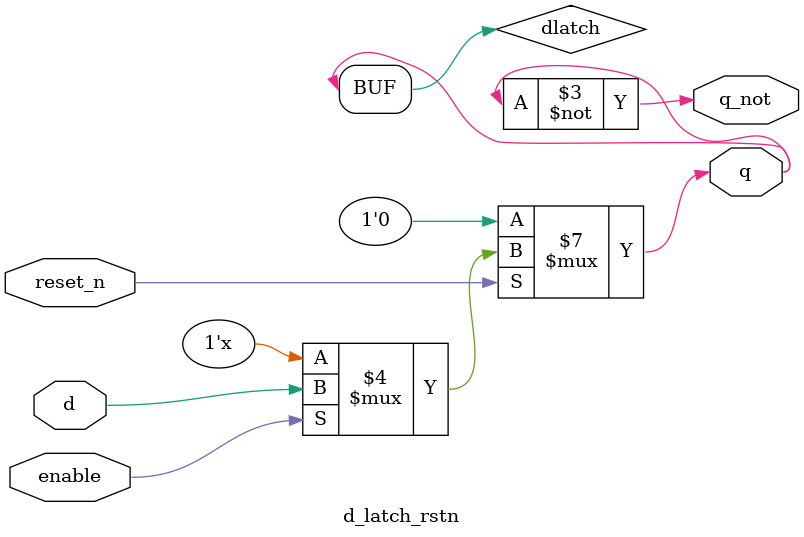
<source format=v>
module d_latch_rstn(
	
	input d,
	input enable,
	input reset_n,
	output q,
	output q_not
	);
	
	
	reg dlatch;
	
	//the d latch is level sensitive
	always @(enable or d or reset_n) begin
		if (!reset_n)
			dlatch <= 1'b0; //active low reset
		else if(enable)
			dlatch <= d;
	end
		
	assign q = dlatch;
	assign q_not = ~q;
	
endmodule

</source>
